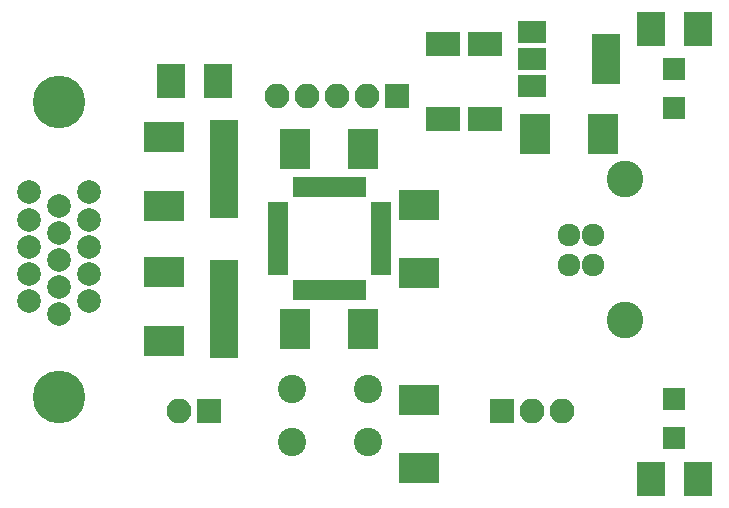
<source format=gbr>
G04 #@! TF.FileFunction,Soldermask,Top*
%FSLAX46Y46*%
G04 Gerber Fmt 4.6, Leading zero omitted, Abs format (unit mm)*
G04 Created by KiCad (PCBNEW 4.0.6+dfsg1-1) date Wed Jan 10 10:56:04 2018*
%MOMM*%
%LPD*%
G01*
G04 APERTURE LIST*
%ADD10C,0.100000*%
%ADD11R,3.400000X2.600000*%
%ADD12R,2.600000X3.400000*%
%ADD13R,3.000000X2.000000*%
%ADD14R,1.900000X1.900000*%
%ADD15R,2.100000X2.100000*%
%ADD16O,2.100000X2.100000*%
%ADD17C,1.920000*%
%ADD18C,3.100000*%
%ADD19C,4.464000*%
%ADD20C,2.000200*%
%ADD21R,2.400000X2.900000*%
%ADD22C,2.400000*%
%ADD23R,2.400000X4.200000*%
%ADD24R,2.400000X1.900000*%
%ADD25R,1.700000X0.650000*%
%ADD26R,0.650000X1.700000*%
%ADD27R,2.400000X8.275000*%
G04 APERTURE END LIST*
D10*
D11*
X20320000Y-12975000D03*
X20320000Y-18775000D03*
D12*
X37190000Y-13970000D03*
X31390000Y-13970000D03*
X31390000Y-29210000D03*
X37190000Y-29210000D03*
D11*
X41910000Y-41000000D03*
X41910000Y-35200000D03*
X20320000Y-30205000D03*
X20320000Y-24405000D03*
X41910000Y-24490000D03*
X41910000Y-18690000D03*
D13*
X47520000Y-11430000D03*
X43920000Y-11430000D03*
X47520000Y-5080000D03*
X43920000Y-5080000D03*
D12*
X51710000Y-12700000D03*
X57510000Y-12700000D03*
D14*
X63500000Y-7240000D03*
X63500000Y-10540000D03*
X63500000Y-35180000D03*
X63500000Y-38480000D03*
D15*
X48895000Y-36195000D03*
D16*
X51435000Y-36195000D03*
X53975000Y-36195000D03*
D15*
X24130000Y-36195000D03*
D16*
X21590000Y-36195000D03*
D17*
X54610000Y-23770000D03*
X54610000Y-21230000D03*
X56610000Y-21230000D03*
X56610000Y-23770000D03*
D18*
X59310000Y-28500000D03*
X59310000Y-16500000D03*
D19*
X11430000Y-34999340D03*
X11430000Y-10000660D03*
D20*
X8890000Y-17670000D03*
X11430000Y-18815000D03*
X8890000Y-19960000D03*
X8890000Y-22250000D03*
X8890000Y-24540000D03*
X8890000Y-26830000D03*
X11430000Y-21105000D03*
X11430000Y-23395000D03*
X11430000Y-25685000D03*
X11430000Y-27975000D03*
X13970000Y-17670000D03*
X13970000Y-19960000D03*
X13970000Y-22250000D03*
X13970000Y-24540000D03*
X13970000Y-26830000D03*
D15*
X40005000Y-9525000D03*
D16*
X37465000Y-9525000D03*
X34925000Y-9525000D03*
X32385000Y-9525000D03*
X29845000Y-9525000D03*
D21*
X61500000Y-3810000D03*
X65500000Y-3810000D03*
X61500000Y-41910000D03*
X65500000Y-41910000D03*
X20860000Y-8255000D03*
X24860000Y-8255000D03*
D22*
X31115000Y-38790000D03*
X31115000Y-34290000D03*
X37615000Y-38790000D03*
X37615000Y-34290000D03*
D23*
X57760000Y-6350000D03*
D24*
X51460000Y-6350000D03*
X51460000Y-8650000D03*
X51460000Y-4050000D03*
D25*
X29940000Y-18840000D03*
X29940000Y-19340000D03*
X29940000Y-19840000D03*
X29940000Y-20340000D03*
X29940000Y-20840000D03*
X29940000Y-21340000D03*
X29940000Y-21840000D03*
X29940000Y-22340000D03*
X29940000Y-22840000D03*
X29940000Y-23340000D03*
X29940000Y-23840000D03*
X29940000Y-24340000D03*
D26*
X31540000Y-25940000D03*
X32040000Y-25940000D03*
X32540000Y-25940000D03*
X33040000Y-25940000D03*
X33540000Y-25940000D03*
X34040000Y-25940000D03*
X34540000Y-25940000D03*
X35040000Y-25940000D03*
X35540000Y-25940000D03*
X36040000Y-25940000D03*
X36540000Y-25940000D03*
X37040000Y-25940000D03*
D25*
X38640000Y-24340000D03*
X38640000Y-23840000D03*
X38640000Y-23340000D03*
X38640000Y-22840000D03*
X38640000Y-22340000D03*
X38640000Y-21840000D03*
X38640000Y-21340000D03*
X38640000Y-20840000D03*
X38640000Y-20340000D03*
X38640000Y-19840000D03*
X38640000Y-19340000D03*
X38640000Y-18840000D03*
D26*
X37040000Y-17240000D03*
X36540000Y-17240000D03*
X36040000Y-17240000D03*
X35540000Y-17240000D03*
X35040000Y-17240000D03*
X34540000Y-17240000D03*
X34040000Y-17240000D03*
X33540000Y-17240000D03*
X33040000Y-17240000D03*
X32540000Y-17240000D03*
X32040000Y-17240000D03*
X31540000Y-17240000D03*
D27*
X25400000Y-15652500D03*
X25400000Y-27527500D03*
M02*

</source>
